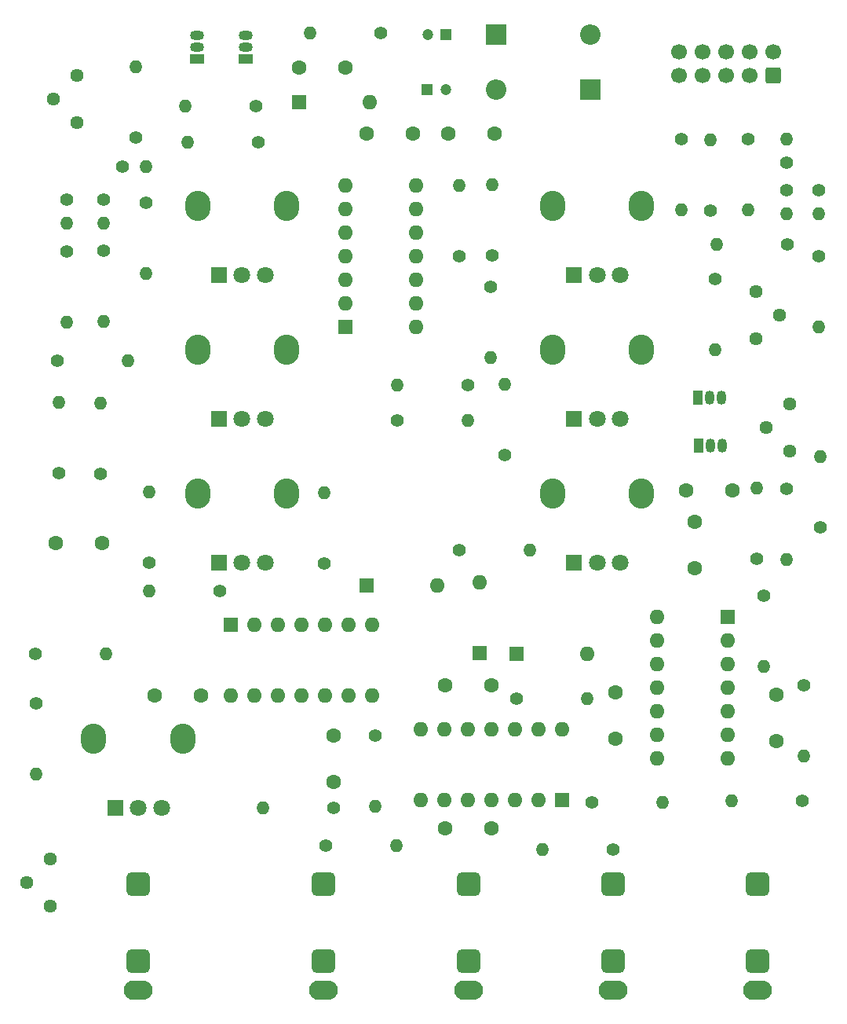
<source format=gbs>
%TF.GenerationSoftware,KiCad,Pcbnew,(6.0.1)*%
%TF.CreationDate,2022-08-29T14:14:55+02:00*%
%TF.ProjectId,vco,76636f2e-6b69-4636-9164-5f7063625858,rev?*%
%TF.SameCoordinates,Original*%
%TF.FileFunction,Soldermask,Bot*%
%TF.FilePolarity,Negative*%
%FSLAX46Y46*%
G04 Gerber Fmt 4.6, Leading zero omitted, Abs format (unit mm)*
G04 Created by KiCad (PCBNEW (6.0.1)) date 2022-08-29 14:14:55*
%MOMM*%
%LPD*%
G01*
G04 APERTURE LIST*
G04 Aperture macros list*
%AMRoundRect*
0 Rectangle with rounded corners*
0 $1 Rounding radius*
0 $2 $3 $4 $5 $6 $7 $8 $9 X,Y pos of 4 corners*
0 Add a 4 corners polygon primitive as box body*
4,1,4,$2,$3,$4,$5,$6,$7,$8,$9,$2,$3,0*
0 Add four circle primitives for the rounded corners*
1,1,$1+$1,$2,$3*
1,1,$1+$1,$4,$5*
1,1,$1+$1,$6,$7*
1,1,$1+$1,$8,$9*
0 Add four rect primitives between the rounded corners*
20,1,$1+$1,$2,$3,$4,$5,0*
20,1,$1+$1,$4,$5,$6,$7,0*
20,1,$1+$1,$6,$7,$8,$9,0*
20,1,$1+$1,$8,$9,$2,$3,0*%
G04 Aperture macros list end*
%ADD10O,2.720000X3.240000*%
%ADD11R,1.800000X1.800000*%
%ADD12C,1.800000*%
%ADD13O,3.100000X2.100000*%
%ADD14RoundRect,0.650000X-0.650000X-0.650000X0.650000X-0.650000X0.650000X0.650000X-0.650000X0.650000X0*%
%ADD15R,1.200000X1.200000*%
%ADD16C,1.200000*%
%ADD17C,1.600000*%
%ADD18C,1.400000*%
%ADD19O,1.400000X1.400000*%
%ADD20RoundRect,0.250000X0.600000X-0.600000X0.600000X0.600000X-0.600000X0.600000X-0.600000X-0.600000X0*%
%ADD21C,1.700000*%
%ADD22R,2.200000X2.200000*%
%ADD23O,2.200000X2.200000*%
%ADD24R,1.600000X1.600000*%
%ADD25O,1.600000X1.600000*%
%ADD26C,1.440000*%
%ADD27R,1.050000X1.500000*%
%ADD28O,1.050000X1.500000*%
%ADD29R,1.500000X1.050000*%
%ADD30O,1.500000X1.050000*%
G04 APERTURE END LIST*
D10*
%TO.C,RV10*%
X51800000Y-72125000D03*
X61400000Y-72125000D03*
D11*
X54100000Y-79625000D03*
D12*
X56600000Y-79625000D03*
X59100000Y-79625000D03*
%TD*%
D13*
%TO.C,J2*%
X81000000Y-125615000D03*
D14*
X81000000Y-114215000D03*
X81000000Y-122515000D03*
%TD*%
D10*
%TO.C,RV4*%
X61400000Y-41125000D03*
X51800000Y-41125000D03*
D11*
X54100000Y-48625000D03*
D12*
X56600000Y-48625000D03*
X59100000Y-48625000D03*
%TD*%
D10*
%TO.C,RV1*%
X90100000Y-56625000D03*
X99700000Y-56625000D03*
D11*
X92400000Y-64125000D03*
D12*
X94900000Y-64125000D03*
X97400000Y-64125000D03*
%TD*%
D10*
%TO.C,RV8*%
X40600000Y-98525000D03*
X50200000Y-98525000D03*
D11*
X42900000Y-106025000D03*
D12*
X45400000Y-106025000D03*
X47900000Y-106025000D03*
%TD*%
D13*
%TO.C,J6*%
X96600000Y-125615000D03*
D14*
X96600000Y-114215000D03*
X96600000Y-122515000D03*
%TD*%
D15*
%TO.C,C8*%
X76577401Y-28600000D03*
D16*
X78577401Y-28600000D03*
%TD*%
D13*
%TO.C,J1*%
X112200000Y-125615000D03*
D14*
X112200000Y-114215000D03*
X112200000Y-122515000D03*
%TD*%
D17*
%TO.C,C11*%
X83500000Y-92800000D03*
X78500000Y-92800000D03*
%TD*%
D10*
%TO.C,RV3*%
X51800000Y-56625000D03*
X61400000Y-56625000D03*
D11*
X54100000Y-64125000D03*
D12*
X56600000Y-64125000D03*
X59100000Y-64125000D03*
%TD*%
D17*
%TO.C,C10*%
X83500000Y-108250000D03*
X78500000Y-108250000D03*
%TD*%
%TO.C,C9*%
X96850000Y-93550000D03*
X96850000Y-98550000D03*
%TD*%
%TO.C,C6*%
X114200000Y-93800000D03*
X114200000Y-98800000D03*
%TD*%
D13*
%TO.C,J4*%
X65400000Y-125615000D03*
D14*
X65400000Y-114215000D03*
X65400000Y-122515000D03*
%TD*%
D10*
%TO.C,RV2*%
X90100000Y-41125000D03*
X99700000Y-41125000D03*
D11*
X92400000Y-48625000D03*
D12*
X94900000Y-48625000D03*
X97400000Y-48625000D03*
%TD*%
D10*
%TO.C,RV11*%
X90100000Y-72125000D03*
X99700000Y-72125000D03*
D11*
X92400000Y-79625000D03*
D12*
X94900000Y-79625000D03*
X97400000Y-79625000D03*
%TD*%
D15*
%TO.C,C7*%
X78600000Y-22700000D03*
D16*
X76600000Y-22700000D03*
%TD*%
D13*
%TO.C,J3*%
X45400000Y-125615000D03*
D14*
X45400000Y-114215000D03*
X45400000Y-122515000D03*
%TD*%
D18*
%TO.C,R1*%
X104000000Y-33990000D03*
D19*
X104000000Y-41610000D03*
%TD*%
D17*
%TO.C,C2*%
X62740000Y-26250000D03*
X67740000Y-26250000D03*
%TD*%
D18*
%TO.C,R33*%
X94290000Y-105400000D03*
D19*
X101910000Y-105400000D03*
%TD*%
D18*
%TO.C,R12*%
X45100000Y-33760000D03*
D19*
X45100000Y-26140000D03*
%TD*%
D18*
%TO.C,R30*%
X79990000Y-78250000D03*
D19*
X87610000Y-78250000D03*
%TD*%
D18*
%TO.C,R28*%
X112900000Y-83140000D03*
D19*
X112900000Y-90760000D03*
%TD*%
D18*
%TO.C,R20*%
X117060000Y-105250000D03*
D19*
X109440000Y-105250000D03*
%TD*%
D17*
%TO.C,C16*%
X52150000Y-93900000D03*
X47150000Y-93900000D03*
%TD*%
%TO.C,C5*%
X66500000Y-98250000D03*
X66500000Y-103250000D03*
%TD*%
D18*
%TO.C,R26*%
X119000000Y-75790000D03*
D19*
X119000000Y-68170000D03*
%TD*%
D20*
%TO.C,J5*%
X113900000Y-27100000D03*
D21*
X113900000Y-24560000D03*
X111360000Y-27100000D03*
X111360000Y-24560000D03*
X108820000Y-27100000D03*
X108820000Y-24560000D03*
X106280000Y-27100000D03*
X106280000Y-24560000D03*
X103740000Y-27100000D03*
X103740000Y-24560000D03*
%TD*%
D18*
%TO.C,R5*%
X115410000Y-45300000D03*
D19*
X107790000Y-45300000D03*
%TD*%
D22*
%TO.C,D6*%
X94180000Y-28600000D03*
D23*
X84020000Y-28600000D03*
%TD*%
D18*
%TO.C,R31*%
X86240000Y-94200000D03*
D19*
X93860000Y-94200000D03*
%TD*%
D18*
%TO.C,R8*%
X41700000Y-45950000D03*
D19*
X41700000Y-53570000D03*
%TD*%
D24*
%TO.C,D4*%
X86240000Y-89450000D03*
D25*
X93860000Y-89450000D03*
%TD*%
D18*
%TO.C,R6*%
X111150000Y-33990000D03*
D19*
X111150000Y-41610000D03*
%TD*%
D18*
%TO.C,R4*%
X58360000Y-34300000D03*
D19*
X50740000Y-34300000D03*
%TD*%
D18*
%TO.C,R25*%
X80050000Y-46560000D03*
D19*
X80050000Y-38940000D03*
%TD*%
D18*
%TO.C,TH3*%
X118800000Y-39430000D03*
D19*
X118800000Y-41970000D03*
%TD*%
D18*
%TO.C,R21*%
X36800000Y-69960000D03*
D19*
X36800000Y-62340000D03*
%TD*%
D26*
%TO.C,RV5*%
X112025000Y-55450000D03*
X114565000Y-52910000D03*
X112025000Y-50370000D03*
%TD*%
D18*
%TO.C,R19*%
X34340000Y-89400000D03*
D19*
X41960000Y-89400000D03*
%TD*%
D18*
%TO.C,R2*%
X107100000Y-41660000D03*
D19*
X107100000Y-34040000D03*
%TD*%
D26*
%TO.C,RV9*%
X115675000Y-62450000D03*
X113135000Y-64990000D03*
X115675000Y-67530000D03*
%TD*%
D18*
%TO.C,R22*%
X117200000Y-92840000D03*
D19*
X117200000Y-100460000D03*
%TD*%
D18*
%TO.C,R35*%
X66510000Y-106050000D03*
D19*
X58890000Y-106050000D03*
%TD*%
D18*
%TO.C,R17*%
X41300000Y-70010000D03*
D19*
X41300000Y-62390000D03*
%TD*%
D18*
%TO.C,TH5*%
X43710000Y-36900000D03*
D19*
X46250000Y-36900000D03*
%TD*%
D24*
%TO.C,U3*%
X67700000Y-54175000D03*
D25*
X67700000Y-51635000D03*
X67700000Y-49095000D03*
X67700000Y-46555000D03*
X67700000Y-44015000D03*
X67700000Y-41475000D03*
X67700000Y-38935000D03*
X75320000Y-38935000D03*
X75320000Y-41475000D03*
X75320000Y-44015000D03*
X75320000Y-46555000D03*
X75320000Y-49095000D03*
X75320000Y-51635000D03*
X75320000Y-54175000D03*
%TD*%
D17*
%TO.C,C4*%
X36500000Y-77500000D03*
X41500000Y-77500000D03*
%TD*%
D18*
%TO.C,R36*%
X71000000Y-98240000D03*
D19*
X71000000Y-105860000D03*
%TD*%
D24*
%TO.C,D2*%
X62740000Y-29950000D03*
D25*
X70360000Y-29950000D03*
%TD*%
D18*
%TO.C,R16*%
X112100000Y-79160000D03*
D19*
X112100000Y-71540000D03*
%TD*%
D24*
%TO.C,D3*%
X82200000Y-89360000D03*
D25*
X82200000Y-81740000D03*
%TD*%
D18*
%TO.C,R14*%
X71510000Y-22550000D03*
D19*
X63890000Y-22550000D03*
%TD*%
D17*
%TO.C,C15*%
X75000000Y-33350000D03*
X70000000Y-33350000D03*
%TD*%
D18*
%TO.C,R32*%
X65450000Y-79710000D03*
D19*
X65450000Y-72090000D03*
%TD*%
D27*
%TO.C,Q3*%
X105830000Y-66940000D03*
D28*
X107100000Y-66940000D03*
X108370000Y-66940000D03*
%TD*%
D18*
%TO.C,R18*%
X36640000Y-57800000D03*
D19*
X44260000Y-57800000D03*
%TD*%
D18*
%TO.C,R24*%
X115300000Y-71600000D03*
D19*
X115300000Y-79220000D03*
%TD*%
D18*
%TO.C,TH6*%
X37700000Y-40480000D03*
D19*
X37700000Y-43020000D03*
%TD*%
D18*
%TO.C,R15*%
X34400000Y-94740000D03*
D19*
X34400000Y-102360000D03*
%TD*%
D18*
%TO.C,R40*%
X96650000Y-110500000D03*
D19*
X89030000Y-110500000D03*
%TD*%
D24*
%TO.C,U2*%
X55350000Y-86300000D03*
D25*
X57890000Y-86300000D03*
X60430000Y-86300000D03*
X62970000Y-86300000D03*
X65510000Y-86300000D03*
X68050000Y-86300000D03*
X70590000Y-86300000D03*
X70590000Y-93920000D03*
X68050000Y-93920000D03*
X65510000Y-93920000D03*
X62970000Y-93920000D03*
X60430000Y-93920000D03*
X57890000Y-93920000D03*
X55350000Y-93920000D03*
%TD*%
D18*
%TO.C,R3*%
X58060000Y-30400000D03*
D19*
X50440000Y-30400000D03*
%TD*%
D18*
%TO.C,R37*%
X84900000Y-67960000D03*
D19*
X84900000Y-60340000D03*
%TD*%
D18*
%TO.C,TH2*%
X115300000Y-36520000D03*
D19*
X115300000Y-33980000D03*
%TD*%
D18*
%TO.C,R39*%
X80910000Y-60450000D03*
D19*
X73290000Y-60450000D03*
%TD*%
D27*
%TO.C,Q1*%
X105780000Y-61800000D03*
D28*
X107050000Y-61800000D03*
X108320000Y-61800000D03*
%TD*%
D18*
%TO.C,R38*%
X73290000Y-64300000D03*
D19*
X80910000Y-64300000D03*
%TD*%
D18*
%TO.C,R34*%
X65590000Y-110050000D03*
D19*
X73210000Y-110050000D03*
%TD*%
D26*
%TO.C,RV6*%
X38775000Y-27100000D03*
X36235000Y-29640000D03*
X38775000Y-32180000D03*
%TD*%
D18*
%TO.C,R7*%
X118800000Y-46590000D03*
D19*
X118800000Y-54210000D03*
%TD*%
D24*
%TO.C,U1*%
X108950000Y-85425000D03*
D25*
X108950000Y-87965000D03*
X108950000Y-90505000D03*
X108950000Y-93045000D03*
X108950000Y-95585000D03*
X108950000Y-98125000D03*
X108950000Y-100665000D03*
X101330000Y-100665000D03*
X101330000Y-98125000D03*
X101330000Y-95585000D03*
X101330000Y-93045000D03*
X101330000Y-90505000D03*
X101330000Y-87965000D03*
X101330000Y-85425000D03*
%TD*%
D18*
%TO.C,R9*%
X46250000Y-40840000D03*
D19*
X46250000Y-48460000D03*
%TD*%
D17*
%TO.C,C14*%
X78850000Y-33350000D03*
X83850000Y-33350000D03*
%TD*%
D18*
%TO.C,R11*%
X107600000Y-48990000D03*
D19*
X107600000Y-56610000D03*
%TD*%
D17*
%TO.C,C1*%
X104450000Y-71800000D03*
X109450000Y-71800000D03*
%TD*%
D18*
%TO.C,R13*%
X83400000Y-49840000D03*
D19*
X83400000Y-57460000D03*
%TD*%
D24*
%TO.C,U4*%
X91125000Y-105200000D03*
D25*
X88585000Y-105200000D03*
X86045000Y-105200000D03*
X83505000Y-105200000D03*
X80965000Y-105200000D03*
X78425000Y-105200000D03*
X75885000Y-105200000D03*
X75885000Y-97580000D03*
X78425000Y-97580000D03*
X80965000Y-97580000D03*
X83505000Y-97580000D03*
X86045000Y-97580000D03*
X88585000Y-97580000D03*
X91125000Y-97580000D03*
%TD*%
D18*
%TO.C,R29*%
X54210000Y-82600000D03*
D19*
X46590000Y-82600000D03*
%TD*%
D18*
%TO.C,TH4*%
X41700000Y-40480000D03*
D19*
X41700000Y-43020000D03*
%TD*%
D18*
%TO.C,R10*%
X37700000Y-46090000D03*
D19*
X37700000Y-53710000D03*
%TD*%
D17*
%TO.C,C3*%
X105450000Y-80150000D03*
X105450000Y-75150000D03*
%TD*%
D18*
%TO.C,TH1*%
X115300000Y-39430000D03*
D19*
X115300000Y-41970000D03*
%TD*%
D22*
%TO.C,D5*%
X84020000Y-22700000D03*
D23*
X94180000Y-22700000D03*
%TD*%
D29*
%TO.C,Q2*%
X51750000Y-25340000D03*
D30*
X51750000Y-24070000D03*
X51750000Y-22800000D03*
%TD*%
D18*
%TO.C,R23*%
X46600000Y-79560000D03*
D19*
X46600000Y-71940000D03*
%TD*%
D29*
%TO.C,Q4*%
X56950000Y-25350000D03*
D30*
X56950000Y-24080000D03*
X56950000Y-22810000D03*
%TD*%
D18*
%TO.C,R27*%
X83600000Y-46460000D03*
D19*
X83600000Y-38840000D03*
%TD*%
D26*
%TO.C,RV7*%
X35925000Y-111500000D03*
X33385000Y-114040000D03*
X35925000Y-116580000D03*
%TD*%
D24*
%TO.C,D1*%
X70040000Y-82050000D03*
D25*
X77660000Y-82050000D03*
%TD*%
M02*

</source>
